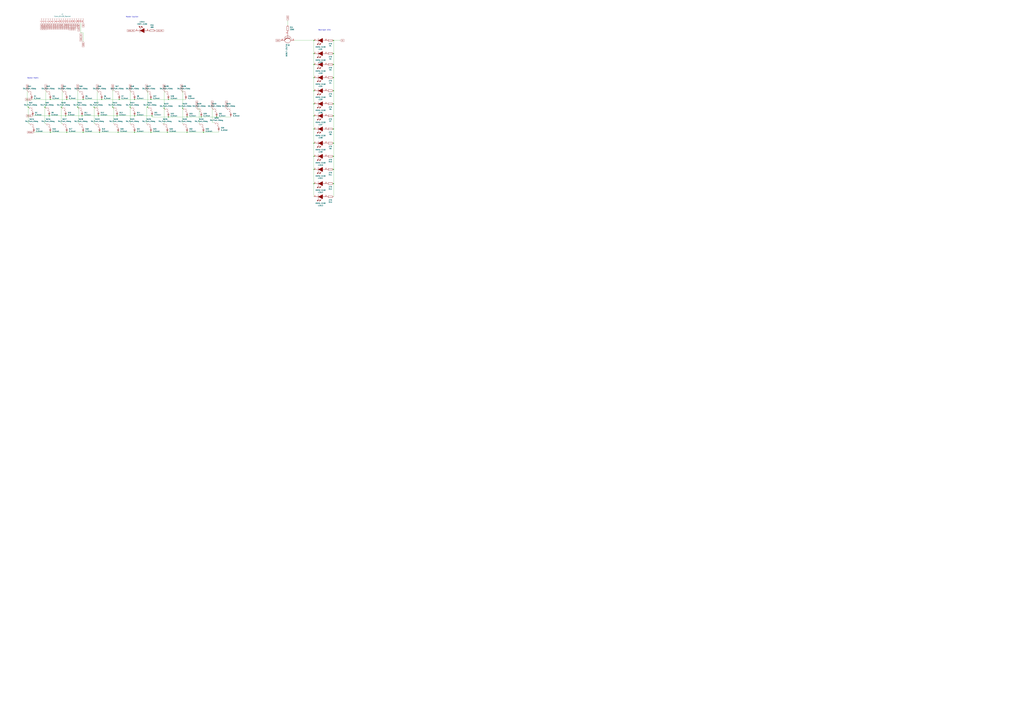
<source format=kicad_sch>
(kicad_sch (version 20231120) (generator "eeschema") (generator_version "8.0")
  (paper "A0")
  (lib_symbols
    (symbol "Connector:Conn_01x20_Socket" (pin_names (offset 1.016) hide)
      (property "Reference" "J" (at 0 25.4 0))
      (property "Value" "Conn_01x20_Socket" (at 0 -27.94 0))
      (symbol "Conn_01x20_Socket_1_1"
        (pin passive line (at -5.08 22.86 0) (length 3.81) (name "Pin_1") (number "1"))
        (pin passive line (at -5.08 0 0) (length 3.81) (name "Pin_10") (number "10"))
        (pin passive line (at -5.08 -2.54 0) (length 3.81) (name "Pin_11") (number "11"))
        (pin passive line (at -5.08 -5.08 0) (length 3.81) (name "Pin_12") (number "12"))
        (pin passive line (at -5.08 -7.62 0) (length 3.81) (name "Pin_13") (number "13"))
        (pin passive line (at -5.08 -10.16 0) (length 3.81) (name "Pin_14") (number "14"))
        (pin passive line (at -5.08 -12.7 0) (length 3.81) (name "Pin_15") (number "15"))
        (pin passive line (at -5.08 -15.24 0) (length 3.81) (name "Pin_16") (number "16"))
        (pin passive line (at -5.08 -17.78 0) (length 3.81) (name "Pin_17") (number "17"))
        (pin passive line (at -5.08 -20.32 0) (length 3.81) (name "Pin_18") (number "18"))
        (pin passive line (at -5.08 -22.86 0) (length 3.81) (name "Pin_19") (number "19"))
        (pin passive line (at -5.08 20.32 0) (length 3.81) (name "Pin_2") (number "2"))
        (pin passive line (at -5.08 -25.4 0) (length 3.81) (name "Pin_20") (number "20"))
        (pin passive line (at -5.08 17.78 0) (length 3.81) (name "Pin_3") (number "3"))
        (pin passive line (at -5.08 15.24 0) (length 3.81) (name "Pin_4") (number "4"))
        (pin passive line (at -5.08 12.7 0) (length 3.81) (name "Pin_5") (number "5"))
        (pin passive line (at -5.08 10.16 0) (length 3.81) (name "Pin_6") (number "6"))
        (pin passive line (at -5.08 7.62 0) (length 3.81) (name "Pin_7") (number "7"))
        (pin passive line (at -5.08 5.08 0) (length 3.81) (name "Pin_8") (number "8"))
        (pin passive line (at -5.08 2.54 0) (length 3.81) (name "Pin_9") (number "9"))
      )
    )
    (symbol "Device:D_Small" (pin_numbers hide) (pin_names (offset 0.254) hide)
      (property "Reference" "D" (at -1.27 2.032 0))
      (property "Value" "D_Small" (at -3.81 -2.032 0))
      (symbol "D_Small_1_1"
        (pin passive line (at -2.54 0 0) (length 1.778) (name "K") (number "1"))
        (pin passive line (at 2.54 0 180) (length 1.778) (name "A") (number "2"))
      )
    )
    (symbol "Device:R" (pin_numbers hide) (pin_names (offset 0))
      (property "Reference" "R" (at 2.032 0 90))
      (property "Value" "R" (at 0 0 90))
      (symbol "R_1_1"
        (pin passive line (at 0 3.81 270) (length 1.27) (name "~") (number "1"))
        (pin passive line (at 0 -3.81 90) (length 1.27) (name "~") (number "2"))
      )
    )
    (symbol "MOUSER:BC817-25LT1G" (pin_names hide)
      (property "Reference" "Q" (at 13.97 1.27 0))
      (property "Value" "BC817-25LT1G" (at 13.97 -1.27 0))
      (symbol "BC817-25LT1G_1_1"
        (pin passive line (at 0 0 0) (length 2.54) (name "B") (number "1"))
        (pin passive line (at 10.16 -7.62 90) (length 2.54) (name "E") (number "2"))
        (pin passive line (at 10.16 7.62 270) (length 2.54) (name "C") (number "3"))
      )
    )
    (symbol "MOUSER:HSMG-C150" (pin_names hide)
      (property "Reference" "LED" (at 12.7 8.89 0))
      (property "Value" "HSMG-C150" (at 12.7 6.35 0))
      (symbol "HSMG-C150_1_1"
        (pin passive line (at 0 0 0) (length 2.54) (name "K") (number "1"))
        (pin passive line (at 15.24 0 180) (length 2.54) (name "A") (number "2"))
      )
    )
    (symbol "MOUSER:HSMY-C150" (pin_names hide)
      (property "Reference" "LED14" (at 7.62 10.16 0))
      (property "Value" "HSMY-C150" (at 7.62 7.62 0))
      (property "LCSC Part #" "C188734" (at 0 0 0))
      (symbol "HSMY-C150_1_1"
        (pin passive line (at 0 0 0) (length 2.54) (name "K") (number "1"))
        (pin passive line (at 15.24 0 180) (length 2.54) (name "A") (number "2"))
      )
    )
    (symbol "Switch:SW_Push_45deg" (pin_numbers hide) (pin_names (offset 1.016) hide)
      (property "Reference" "SW" (at 3.048 1.016 0))
      (property "Value" "SW_Push_45deg" (at 0 -3.81 0))
      (symbol "SW_Push_45deg_0_1"
        (pin passive line (at -2.54 2.54 0) (length 0) (name "1") (number "1"))
        (pin passive line (at 2.54 -2.54 180) (length 0) (name "2") (number "2"))
      )
    )
  )
  (junction (at 364.49 149.86))
  (junction (at 176.53 134.62))
  (junction (at 387.35 46.99))
  (junction (at 387.35 181.61))
  (junction (at 387.35 105.41))
  (junction (at 387.35 134.62))
  (junction (at 109.22 124.46))
  (junction (at 115.57 153.67))
  (junction (at 151.13 124.46))
  (junction (at 195.58 135.89))
  (junction (at 156.21 134.62))
  (junction (at 217.17 135.89))
  (junction (at 156.21 153.67))
  (junction (at 364.49 46.99))
  (junction (at 95.25 134.62))
  (junction (at 58.42 115.57))
  (junction (at 387.35 62.23))
  (junction (at 387.35 149.86))
  (junction (at 364.49 120.65))
  (junction (at 364.49 134.62))
  (junction (at 364.49 196.85))
  (junction (at 233.68 135.89))
  (junction (at 194.31 153.67))
  (junction (at 387.35 166.37))
  (junction (at 364.49 62.23))
  (junction (at 135.89 134.62))
  (junction (at 387.35 213.36))
  (junction (at 77.47 115.57))
  (junction (at 217.17 153.67))
  (junction (at 76.2 134.62))
  (junction (at 71.12 124.46))
  (junction (at 387.35 90.17))
  (junction (at 96.52 153.67))
  (junction (at 195.58 115.57))
  (junction (at 52.07 124.46))
  (junction (at 118.11 115.57))
  (junction (at 387.35 120.65))
  (junction (at 364.49 181.61))
  (junction (at 212.09 125.73))
  (junction (at 364.49 74.93))
  (junction (at 77.47 153.67))
  (junction (at 114.3 134.62))
  (junction (at 364.49 105.41))
  (junction (at 387.35 196.85))
  (junction (at 190.5 125.73))
  (junction (at 138.43 115.57))
  (junction (at 175.26 153.67))
  (junction (at 236.22 153.67))
  (junction (at 364.49 213.36))
  (junction (at 130.81 124.46))
  (junction (at 58.42 153.67))
  (junction (at 171.45 124.46))
  (junction (at 137.16 153.67))
  (junction (at 364.49 166.37))
  (junction (at 156.21 115.57))
  (junction (at 364.49 90.17))
  (junction (at 33.02 124.46))
  (junction (at 96.52 115.57))
  (junction (at 57.15 134.62))
  (junction (at 90.17 124.46))
  (junction (at 175.26 115.57))
  (junction (at 251.46 135.89))
  (junction (at 387.35 74.93))
  (wire (pts (xy 113.03 124.46) (xy 109.22 124.46)))
  (wire (pts (xy 175.26 153.67) (xy 194.31 153.67)))
  (wire (pts (xy 236.22 153.67) (xy 254 153.67)))
  (wire (pts (xy 387.35 149.86) (xy 387.35 166.37)))
  (wire (pts (xy 31.75 105.41) (xy 31.75 124.46)))
  (wire (pts (xy 90.17 124.46) (xy 90.17 105.41)))
  (wire (pts (xy 90.17 105.41) (xy 91.44 105.41)))
  (wire (pts (xy 195.58 135.89) (xy 217.17 135.89)))
  (wire (pts (xy 53.34 124.46) (xy 52.07 124.46)))
  (wire (pts (xy 71.12 124.46) (xy 71.12 143.51)))
  (wire (pts (xy 115.57 153.67) (xy 137.16 153.67)))
  (wire (pts (xy 212.09 125.73) (xy 212.09 105.41)))
  (wire (pts (xy 31.75 124.46) (xy 33.02 124.46)))
  (wire (pts (xy 176.53 134.62) (xy 176.53 135.89)))
  (wire (pts (xy 39.37 153.67) (xy 58.42 153.67)))
  (wire (pts (xy 387.35 90.17) (xy 387.35 105.41)))
  (wire (pts (xy 77.47 153.67) (xy 96.52 153.67)))
  (wire (pts (xy 58.42 115.57) (xy 77.47 115.57)))
  (wire (pts (xy 130.81 105.41) (xy 133.35 105.41)))
  (wire (pts (xy 387.35 196.85) (xy 387.35 213.36)))
  (wire (pts (xy 132.08 124.46) (xy 130.81 124.46)))
  (wire (pts (xy 71.12 143.51) (xy 72.39 143.51)))
  (wire (pts (xy 170.18 143.51) (xy 170.18 124.46)))
  (wire (pts (xy 76.2 134.62) (xy 95.25 134.62)))
  (wire (pts (xy 53.34 105.41) (xy 53.34 124.46)))
  (wire (pts (xy 217.17 153.67) (xy 236.22 153.67)))
  (wire (pts (xy 72.39 124.46) (xy 71.12 124.46)))
  (wire (pts (xy 364.49 90.17) (xy 364.49 105.41)))
  (wire (pts (xy 151.13 105.41) (xy 151.13 124.46)))
  (wire (pts (xy 156.21 115.57) (xy 175.26 115.57)))
  (wire (pts (xy 190.5 143.51) (xy 189.23 143.51)))
  (wire (pts (xy 118.11 115.57) (xy 138.43 115.57)))
  (wire (pts (xy 36.83 115.57) (xy 58.42 115.57)))
  (wire (pts (xy 364.49 105.41) (xy 364.49 120.65)))
  (wire (pts (xy 364.49 74.93) (xy 365.76 74.93)))
  (wire (pts (xy 364.49 213.36) (xy 364.49 228.6)))
  (wire (pts (xy 96.52 48.26) (xy 96.52 38.1)))
  (wire (pts (xy 109.22 124.46) (xy 109.22 143.51)))
  (wire (pts (xy 364.49 120.65) (xy 364.49 134.62)))
  (wire (pts (xy 156.21 134.62) (xy 176.53 134.62)))
  (wire (pts (xy 364.49 166.37) (xy 364.49 181.61)))
  (wire (pts (xy 364.49 46.99) (xy 364.49 62.23)))
  (wire (pts (xy 246.38 142.24) (xy 248.92 142.24)))
  (wire (pts (xy 387.35 213.36) (xy 387.35 228.6)))
  (wire (pts (xy 138.43 115.57) (xy 156.21 115.57)))
  (wire (pts (xy 364.49 62.23) (xy 364.49 74.93)))
  (wire (pts (xy 387.35 74.93) (xy 387.35 90.17)))
  (wire (pts (xy 52.07 143.51) (xy 53.34 143.51)))
  (wire (pts (xy 217.17 135.89) (xy 233.68 135.89)))
  (wire (pts (xy 233.68 135.89) (xy 251.46 135.89)))
  (wire (pts (xy 171.45 105.41) (xy 170.18 105.41)))
  (wire (pts (xy 130.81 124.46) (xy 130.81 105.41)))
  (wire (pts (xy 175.26 115.57) (xy 195.58 115.57)))
  (wire (pts (xy 231.14 125.73) (xy 228.6 125.73)))
  (wire (pts (xy 96.52 38.1) (xy 93.98 38.1)))
  (wire (pts (xy 251.46 135.89) (xy 267.97 135.89)))
  (wire (pts (xy 334.01 24.13) (xy 334.01 29.21)))
  (wire (pts (xy 387.35 120.65) (xy 387.35 134.62)))
  (wire (pts (xy 91.44 124.46) (xy 90.17 124.46)))
  (wire (pts (xy 387.35 181.61) (xy 387.35 196.85)))
  (wire (pts (xy 96.52 153.67) (xy 115.57 153.67)))
  (wire (pts (xy 212.09 105.41) (xy 210.82 105.41)))
  (wire (pts (xy 91.44 143.51) (xy 91.44 124.46)))
  (wire (pts (xy 38.1 134.62) (xy 57.15 134.62)))
  (wire (pts (xy 113.03 105.41) (xy 113.03 124.46)))
  (wire (pts (xy 58.42 153.67) (xy 77.47 153.67)))
  (wire (pts (xy 364.49 134.62) (xy 364.49 149.86)))
  (wire (pts (xy 57.15 134.62) (xy 76.2 134.62)))
  (wire (pts (xy 72.39 105.41) (xy 72.39 124.46)))
  (wire (pts (xy 364.49 181.61) (xy 364.49 196.85)))
  (wire (pts (xy 341.63 46.99) (xy 364.49 46.99)))
  (wire (pts (xy 387.35 134.62) (xy 387.35 149.86)))
  (wire (pts (xy 132.08 143.51) (xy 132.08 124.46)))
  (wire (pts (xy 96.52 115.57) (xy 118.11 115.57)))
  (wire (pts (xy 171.45 124.46) (xy 171.45 105.41)))
  (wire (pts (xy 170.18 124.46) (xy 171.45 124.46)))
  (wire (pts (xy 364.49 196.85) (xy 364.49 213.36)))
  (wire (pts (xy 33.02 143.51) (xy 34.29 143.51)))
  (wire (pts (xy 137.16 153.67) (xy 156.21 153.67)))
  (wire (pts (xy 364.49 74.93) (xy 364.49 90.17)))
  (wire (pts (xy 364.49 149.86) (xy 364.49 166.37)))
  (wire (pts (xy 176.53 135.89) (xy 195.58 135.89)))
  (wire (pts (xy 195.58 115.57) (xy 215.9 115.57)))
  (wire (pts (xy 387.35 46.99) (xy 387.35 62.23)))
  (wire (pts (xy 254 153.67) (xy 254 152.4)))
  (wire (pts (xy 387.35 62.23) (xy 387.35 74.93)))
  (wire (pts (xy 387.35 166.37) (xy 387.35 181.61)))
  (wire (pts (xy 135.89 134.62) (xy 156.21 134.62)))
  (wire (pts (xy 93.98 26.67) (xy 93.98 38.1)))
  (wire (pts (xy 77.47 115.57) (xy 96.52 115.57)))
  (wire (pts (xy 151.13 124.46) (xy 151.13 143.51)))
  (wire (pts (xy 95.25 134.62) (xy 114.3 134.62)))
  (wire (pts (xy 246.38 125.73) (xy 246.38 142.24)))
  (wire (pts (xy 33.02 124.46) (xy 33.02 143.51)))
  (wire (pts (xy 109.22 143.51) (xy 110.49 143.51)))
  (wire (pts (xy 156.21 153.67) (xy 175.26 153.67)))
  (wire (pts (xy 114.3 134.62) (xy 135.89 134.62)))
  (wire (pts (xy 190.5 105.41) (xy 190.5 125.73)))
  (wire (pts (xy 52.07 124.46) (xy 52.07 143.51)))
  (wire (pts (xy 387.35 46.99) (xy 394.97 46.99)))
  (wire (pts (xy 231.14 143.51) (xy 231.14 125.73)))
  (wire (pts (xy 212.09 125.73) (xy 212.09 143.51)))
  (wire (pts (xy 194.31 153.67) (xy 217.17 153.67)))
  (wire (pts (xy 190.5 125.73) (xy 190.5 143.51)))
  (wire (pts (xy 387.35 105.41) (xy 387.35 120.65)))
  (text "Button Matrix" (at 31.75 91.44 0) (effects (font (size 1.27 1.27)) (justify left bottom)))
  (text "Backlight LEDs" (at 369.57 35.56 0) (effects (font (size 1.27 1.27)) (justify left bottom)))
  (text "Master Caution" (at 146.05 20.32 0) (effects (font (size 1.27 1.27)) (justify left bottom)))
  (global_label "COL3" (shape input) (at 90.17 105.41 90) (property "Intersheetrefs" "${INTERSHEET_REFS}" (effects (hide yes))))
  (global_label "COL0" (shape input) (at 55.88 26.67 270) (property "Intersheetrefs" "${INTERSHEET_REFS}" (effects (hide yes))))
  (global_label "COL12" (shape input) (at 262.89 125.73 90) (property "Intersheetrefs" "${INTERSHEET_REFS}" (effects (hide yes))))
  (global_label "GND_MC" (shape input) (at 157.48 35.56 180) (property "Intersheetrefs" "${INTERSHEET_REFS}" (effects (hide yes))))
  (global_label "ROW2" (shape input) (at 39.37 153.67 180) (property "Intersheetrefs" "${INTERSHEET_REFS}" (effects (hide yes))))
  (global_label "COL12" (shape input) (at 86.36 26.67 270) (property "Intersheetrefs" "${INTERSHEET_REFS}" (effects (hide yes))))
  (global_label "ROW0" (shape input) (at 36.83 115.57 180) (property "Intersheetrefs" "${INTERSHEET_REFS}" (effects (hide yes))))
  (global_label "COL6" (shape input) (at 151.13 105.41 90) (property "Intersheetrefs" "${INTERSHEET_REFS}" (effects (hide yes))))
  (global_label "5V" (shape input) (at 96.52 26.67 270) (property "Intersheetrefs" "${INTERSHEET_REFS}" (effects (hide yes))))
  (global_label "GND" (shape input) (at 326.39 46.99 180) (property "Intersheetrefs" "${INTERSHEET_REFS}" (effects (hide yes))))
  (global_label "LED_MC" (shape input) (at 180.34 35.56 0) (property "Intersheetrefs" "${INTERSHEET_REFS}" (effects (hide yes))))
  (global_label "COL1" (shape input) (at 53.34 105.41 90) (property "Intersheetrefs" "${INTERSHEET_REFS}" (effects (hide yes))))
  (global_label "LED_MC" (shape input) (at 91.44 26.67 270) (property "Intersheetrefs" "${INTERSHEET_REFS}" (effects (hide yes))))
  (global_label "COL5" (shape input) (at 130.81 105.41 90) (property "Intersheetrefs" "${INTERSHEET_REFS}" (effects (hide yes))))
  (global_label "COL8" (shape input) (at 76.2 26.67 270) (property "Intersheetrefs" "${INTERSHEET_REFS}" (effects (hide yes))))
  (global_label "COL11" (shape input) (at 246.38 125.73 90) (property "Intersheetrefs" "${INTERSHEET_REFS}" (effects (hide yes))))
  (global_label "COL10" (shape input) (at 81.28 26.67 270) (property "Intersheetrefs" "${INTERSHEET_REFS}" (effects (hide yes))))
  (global_label "COL9" (shape input) (at 78.74 26.67 270) (property "Intersheetrefs" "${INTERSHEET_REFS}" (effects (hide yes))))
  (global_label "COL8" (shape input) (at 190.5 105.41 90) (property "Intersheetrefs" "${INTERSHEET_REFS}" (effects (hide yes))))
  (global_label "ROW1" (shape input) (at 38.1 134.62 180) (property "Intersheetrefs" "${INTERSHEET_REFS}" (effects (hide yes))))
  (global_label "COL7" (shape input) (at 73.66 26.67 270) (property "Intersheetrefs" "${INTERSHEET_REFS}" (effects (hide yes))))
  (global_label "COL0" (shape input) (at 31.75 105.41 90) (property "Intersheetrefs" "${INTERSHEET_REFS}" (effects (hide yes))))
  (global_label "GND" (shape input) (at 96.52 48.26 270) (property "Intersheetrefs" "${INTERSHEET_REFS}" (effects (hide yes))))
  (global_label "COL5" (shape input) (at 68.58 26.67 270) (property "Intersheetrefs" "${INTERSHEET_REFS}" (effects (hide yes))))
  (global_label "COL7" (shape input) (at 170.18 105.41 90) (property "Intersheetrefs" "${INTERSHEET_REFS}" (effects (hide yes))))
  (global_label "COL1" (shape input) (at 58.42 26.67 270) (property "Intersheetrefs" "${INTERSHEET_REFS}" (effects (hide yes))))
  (global_label "COL3" (shape input) (at 63.5 26.67 270) (property "Intersheetrefs" "${INTERSHEET_REFS}" (effects (hide yes))))
  (global_label "GND_MC" (shape input) (at 93.98 38.1 270) (property "Intersheetrefs" "${INTERSHEET_REFS}" (effects (hide yes))))
  (global_label "ROW1" (shape input) (at 50.8 26.67 270) (property "Intersheetrefs" "${INTERSHEET_REFS}" (effects (hide yes))))
  (global_label "COL11" (shape input) (at 83.82 26.67 270) (property "Intersheetrefs" "${INTERSHEET_REFS}" (effects (hide yes))))
  (global_label "COL10" (shape input) (at 228.6 125.73 90) (property "Intersheetrefs" "${INTERSHEET_REFS}" (effects (hide yes))))
  (global_label "COL6" (shape input) (at 71.12 26.67 270) (property "Intersheetrefs" "${INTERSHEET_REFS}" (effects (hide yes))))
  (global_label "ROW0" (shape input) (at 48.26 26.67 270) (property "Intersheetrefs" "${INTERSHEET_REFS}" (effects (hide yes))))
  (global_label "COL2" (shape input) (at 72.39 105.41 90) (property "Intersheetrefs" "${INTERSHEET_REFS}" (effects (hide yes))))
  (global_label "LED" (shape input) (at 334.01 24.13 90) (property "Intersheetrefs" "${INTERSHEET_REFS}" (effects (hide yes))))
  (global_label "LED" (shape input) (at 88.9 26.67 270) (property "Intersheetrefs" "${INTERSHEET_REFS}" (effects (hide yes))))
  (global_label "ROW2" (shape input) (at 53.34 26.67 270) (property "Intersheetrefs" "${INTERSHEET_REFS}" (effects (hide yes))))
  (global_label "5V" (shape input) (at 394.97 46.99 0) (property "Intersheetrefs" "${INTERSHEET_REFS}" (effects (hide yes))))
  (global_label "COL4" (shape input) (at 113.03 105.41 90) (property "Intersheetrefs" "${INTERSHEET_REFS}" (effects (hide yes))))
  (global_label "COL9" (shape input) (at 210.82 105.41 90) (property "Intersheetrefs" "${INTERSHEET_REFS}" (effects (hide yes))))
  (global_label "COL2" (shape input) (at 60.96 26.67 270) (property "Intersheetrefs" "${INTERSHEET_REFS}" (effects (hide yes))))
  (global_label "COL4" (shape input) (at 66.04 26.67 270) (property "Intersheetrefs" "${INTERSHEET_REFS}" (effects (hide yes))))
  (symbol (lib_id "Device:D_Small") (at 36.83 113.03 90) (unit 1)
    (property "Reference" "D1" (at 39.37 111.76 90) (effects (justify right)))
    (property "Value" "D_Small" (at 39.37 114.3 90) (effects (justify right)))
    (property "Footprint" "Diode_SMD:D_SOD-123" (effects (hide yes)))
    (property "Sim.Device" "D" (effects (hide yes)))
    (property "Sim.Pins" "1=K 2=A" (effects (hide yes)))
  )
  (symbol (lib_id "Device:R") (at 383.54 90.17 90) (mirror x) (unit 1)
    (property "Reference" "R4" (at 383.54 96.52 90))
    (property "Value" "270" (at 383.54 93.98 90))
    (property "Footprint" "Resistor_SMD:R_1206_3216Metric" (effects (hide yes)))
  )
  (symbol (lib_id "Switch:SW_Push_45deg") (at 115.57 107.95 0) (unit 1)
    (property "Reference" "SW6" (at 115.57 100.33 0))
    (property "Value" "SW_Push_45deg" (at 115.57 102.87 0))
    (property "Footprint" "Custom_Footprint_Switches:SW_PUSH_6mm_H4.3mm_INT_CONNECTED" (effects (hide yes)))
  )
  (symbol (lib_id "Device:D_Small") (at 176.53 132.08 90) (unit 1)
    (property "Reference" "D21" (at 179.07 130.81 90) (effects (justify right)))
    (property "Value" "D_Small" (at 179.07 133.35 90) (effects (justify right)))
    (property "Footprint" "Diode_SMD:D_SOD-123" (effects (hide yes)))
    (property "Sim.Device" "D" (effects (hide yes)))
    (property "Sim.Pins" "1=K 2=A" (effects (hide yes)))
  )
  (symbol (lib_id "Device:D_Small") (at 76.2 132.08 90) (unit 1)
    (property "Reference" "D10" (at 78.74 130.81 90) (effects (justify right)))
    (property "Value" "D_Small" (at 78.74 133.35 90) (effects (justify right)))
    (property "Footprint" "Diode_SMD:D_SOD-123" (effects (hide yes)))
    (property "Sim.Device" "D" (effects (hide yes)))
    (property "Sim.Pins" "1=K 2=A" (effects (hide yes)))
  )
  (symbol (lib_id "Connector:Conn_01x20_Socket") (at 71.12 21.59 90) (unit 1)
    (property "Reference" "J1" (at 72.39 16.51 90))
    (property "Value" "Conn_01x20_Socket" (at 72.39 19.05 90))
    (property "Footprint" "Connector_PinHeader_1.00mm:PinHeader_2x10_P1.00mm_Vertical" (effects (hide yes)))
  )
  (symbol (lib_id "Device:R") (at 383.54 181.61 90) (mirror x) (unit 1)
    (property "Reference" "R10" (at 383.54 187.96 90))
    (property "Value" "270" (at 383.54 185.42 90))
    (property "Footprint" "Resistor_SMD:R_1206_3216Metric" (effects (hide yes)))
  )
  (symbol (lib_id "MOUSER:HSMG-C150") (at 364.49 166.37 0) (mirror x) (unit 1)
    (property "Reference" "LED9" (at 372.11 176.53 0))
    (property "Value" "HSMG-C150" (at 372.11 173.99 0))
    (property "Footprint" "MOUSER:LEDC3216X120N" (effects (hide yes)))
    (property "Datasheet" "https://docs.broadcom.com/docs/AV02-0551EN" (effects (hide yes)))
    (property "Height" "1.2" (effects (hide yes)))
    (property "Mouser Part Number" "630-HSMG-C150" (effects (hide yes)))
    (property "Mouser Price/Stock" "https://www.mouser.co.uk/ProductDetail/Broadcom-Avago/HSMG-C150?qs=YDL0qNrpDT6zJe9nNPPiZQ%3D%3D" (effects (hide yes)))
    (property "Manufacturer_Name" "Avago Technologies" (effects (hide yes)))
    (property "Manufacturer_Part_Number" "HSMG-C150" (effects (hide yes)))
  )
  (symbol (lib_id "Switch:SW_Push_45deg") (at 172.72 146.05 0) (unit 1)
    (property "Reference" "SW25" (at 172.72 138.43 0))
    (property "Value" "SW_Push_45deg" (at 172.72 140.97 0))
    (property "Footprint" "Custom_Footprint_Switches:SW_PUSH_6mm_H4.3mm_INT_CONNECTED" (effects (hide yes)))
  )
  (symbol (lib_id "Device:R") (at 383.54 228.6 90) (mirror x) (unit 1)
    (property "Reference" "R13" (at 383.54 234.95 90))
    (property "Value" "270" (at 383.54 232.41 90))
    (property "Footprint" "Resistor_SMD:R_1206_3216Metric" (effects (hide yes)))
  )
  (symbol (lib_id "Switch:SW_Push_45deg") (at 55.88 146.05 0) (unit 1)
    (property "Reference" "SW16" (at 55.88 138.43 0))
    (property "Value" "SW_Push_45deg" (at 55.88 140.97 0))
    (property "Footprint" "Custom_Footprint_Switches:SW_PUSH_6mm_H4.3mm_INT_CONNECTED" (effects (hide yes)))
  )
  (symbol (lib_id "Device:D_Small") (at 236.22 151.13 90) (unit 1)
    (property "Reference" "D33" (at 238.76 149.86 90) (effects (justify right)))
    (property "Value" "D_Small" (at 238.76 152.4 90) (effects (justify right)))
    (property "Footprint" "Diode_SMD:D_SOD-123" (effects (hide yes)))
    (property "Sim.Device" "D" (effects (hide yes)))
    (property "Sim.Pins" "1=K 2=A" (effects (hide yes)))
  )
  (symbol (lib_id "MOUSER:HSMG-C150") (at 364.49 181.61 0) (mirror x) (unit 1)
    (property "Reference" "LED10" (at 372.11 191.77 0))
    (property "Value" "HSMG-C150" (at 372.11 189.23 0))
    (property "Footprint" "MOUSER:LEDC3216X120N" (effects (hide yes)))
    (property "Datasheet" "https://docs.broadcom.com/docs/AV02-0551EN" (effects (hide yes)))
    (property "Height" "1.2" (effects (hide yes)))
    (property "Mouser Part Number" "630-HSMG-C150" (effects (hide yes)))
    (property "Mouser Price/Stock" "https://www.mouser.co.uk/ProductDetail/Broadcom-Avago/HSMG-C150?qs=YDL0qNrpDT6zJe9nNPPiZQ%3D%3D" (effects (hide yes)))
    (property "Manufacturer_Name" "Avago Technologies" (effects (hide yes)))
    (property "Manufacturer_Part_Number" "HSMG-C150" (effects (hide yes)))
  )
  (symbol (lib_id "MOUSER:HSMG-C150") (at 364.49 120.65 0) (mirror x) (unit 1)
    (property "Reference" "LED6" (at 372.11 130.81 0))
    (property "Value" "HSMG-C150" (at 372.11 128.27 0))
    (property "Footprint" "MOUSER:LEDC3216X120N" (effects (hide yes)))
    (property "Datasheet" "https://docs.broadcom.com/docs/AV02-0551EN" (effects (hide yes)))
    (property "Height" "1.2" (effects (hide yes)))
    (property "Mouser Part Number" "630-HSMG-C150" (effects (hide yes)))
    (property "Mouser Price/Stock" "https://www.mouser.co.uk/ProductDetail/Broadcom-Avago/HSMG-C150?qs=YDL0qNrpDT6zJe9nNPPiZQ%3D%3D" (effects (hide yes)))
    (property "Manufacturer_Name" "Avago Technologies" (effects (hide yes)))
    (property "Manufacturer_Part_Number" "HSMG-C150" (effects (hide yes)))
  )
  (symbol (lib_id "Switch:SW_Push_45deg") (at 113.03 146.05 0) (unit 1)
    (property "Reference" "SW19" (at 113.03 138.43 0))
    (property "Value" "SW_Push_45deg" (at 113.03 140.97 0))
    (property "Footprint" "Custom_Footprint_Switches:SW_PUSH_6mm_H4.3mm_INT_CONNECTED" (effects (hide yes)))
  )
  (symbol (lib_id "Switch:SW_Push_45deg") (at 251.46 144.78 0) (unit 1)
    (property "Reference" "SW35" (at 251.46 137.16 0))
    (property "Value" "SW_Push_45deg" (at 251.46 139.7 0))
    (property "Footprint" "Custom_Footprint_Switches:SW_PUSH_6mm_H4.3mm_INT_CONNECTED" (effects (hide yes)))
  )
  (symbol (lib_id "Device:D_Small") (at 96.52 151.13 90) (unit 1)
    (property "Reference" "D18" (at 99.06 149.86 90) (effects (justify right)))
    (property "Value" "D_Small" (at 99.06 152.4 90) (effects (justify right)))
    (property "Footprint" "Diode_SMD:D_SOD-123" (effects (hide yes)))
    (property "Sim.Device" "D" (effects (hide yes)))
    (property "Sim.Pins" "1=K 2=A" (effects (hide yes)))
  )
  (symbol (lib_id "Device:R") (at 176.53 35.56 90) (unit 1)
    (property "Reference" "R15" (at 176.53 29.21 90))
    (property "Value" "300" (at 176.53 31.75 90))
    (property "Footprint" "Resistor_SMD:R_1206_3216Metric" (effects (hide yes)))
  )
  (symbol (lib_id "Switch:SW_Push_45deg") (at 233.68 146.05 0) (unit 1)
    (property "Reference" "SW33" (at 233.68 138.43 0))
    (property "Value" "SW_Push_45deg" (at 233.68 140.97 0))
    (property "Footprint" "Custom_Footprint_Switches:SW_PUSH_6mm_H4.3mm_INT_CONNECTED" (effects (hide yes)))
  )
  (symbol (lib_id "MOUSER:HSMG-C150") (at 364.49 46.99 0) (mirror x) (unit 1)
    (property "Reference" "LED1" (at 372.11 57.15 0))
    (property "Value" "HSMG-C150" (at 372.11 54.61 0))
    (property "Footprint" "MOUSER:LEDC3216X120N" (effects (hide yes)))
    (property "Datasheet" "https://docs.broadcom.com/docs/AV02-0551EN" (effects (hide yes)))
    (property "Height" "1.2" (effects (hide yes)))
    (property "Mouser Part Number" "630-HSMG-C150" (effects (hide yes)))
    (property "Mouser Price/Stock" "https://www.mouser.co.uk/ProductDetail/Broadcom-Avago/HSMG-C150?qs=YDL0qNrpDT6zJe9nNPPiZQ%3D%3D" (effects (hide yes)))
    (property "Manufacturer_Name" "Avago Technologies" (effects (hide yes)))
    (property "Manufacturer_Part_Number" "HSMG-C150" (effects (hide yes)))
  )
  (symbol (lib_id "MOUSER:HSMY-C150") (at 157.48 35.56 0) (unit 1)
    (property "Reference" "LED14" (at 165.1 25.4 0))
    (property "Value" "HSMY-C150" (at 165.1 27.94 0))
    (property "Footprint" "MOUSER:LEDC3216X120N" (effects (hide yes)))
    (property "Datasheet" "https://docs.broadcom.com/docs/AV02-0551EN" (effects (hide yes)))
    (property "Height" "1.2" (effects (hide yes)))
    (property "Mouser Part Number" "630-HSMY-C150" (effects (hide yes)))
    (property "Mouser Price/Stock" "https://www.mouser.co.uk/ProductDetail/Broadcom-Avago/HSMY-C150?qs=YDL0qNrpDT7cmrKmdVqnTg%3D%3D" (effects (hide yes)))
    (property "Manufacturer_Name" "Avago Technologies" (effects (hide yes)))
    (property "Manufacturer_Part_Number" "HSMY-C150" (effects (hide yes)))
    (property "LSCS" "C188734" (effects (hide yes)))
    (property "LCSC Part #" "C188734" (effects (hide yes)))
  )
  (symbol (lib_id "Switch:SW_Push_45deg") (at 248.92 128.27 0) (unit 1)
    (property "Reference" "SW31" (at 248.92 120.65 0))
    (property "Value" "SW_Push_45deg" (at 248.92 123.19 0))
    (property "Footprint" "Custom_Footprint_Switches:SW_PUSH_6mm_H4.3mm_INT_CONNECTED" (effects (hide yes)))
  )
  (symbol (lib_id "Switch:SW_Push_45deg") (at 55.88 107.95 0) (unit 1)
    (property "Reference" "SW3" (at 55.88 100.33 0))
    (property "Value" "SW_Push_45deg" (at 55.88 102.87 0))
    (property "Footprint" "Custom_Footprint_Switches:SW_PUSH_6mm_H4.3mm_INT_CONNECTED" (effects (hide yes)))
  )
  (symbol (lib_id "Device:D_Small") (at 217.17 133.35 90) (unit 1)
    (property "Reference" "D23" (at 219.71 132.08 90) (effects (justify right)))
    (property "Value" "D_Small" (at 219.71 134.62 90) (effects (justify right)))
    (property "Footprint" "Diode_SMD:D_SOD-123" (effects (hide yes)))
    (property "Sim.Device" "D" (effects (hide yes)))
    (property "Sim.Pins" "1=K 2=A" (effects (hide yes)))
  )
  (symbol (lib_id "Device:D_Small") (at 195.58 113.03 90) (unit 1)
    (property "Reference" "D28" (at 198.12 111.76 90) (effects (justify right)))
    (property "Value" "D_Small" (at 198.12 114.3 90) (effects (justify right)))
    (property "Footprint" "Diode_SMD:D_SOD-123" (effects (hide yes)))
    (property "Sim.Device" "D" (effects (hide yes)))
    (property "Sim.Pins" "1=K 2=A" (effects (hide yes)))
  )
  (symbol (lib_id "Device:R") (at 383.54 105.41 90) (mirror x) (unit 1)
    (property "Reference" "R5" (at 383.54 111.76 90))
    (property "Value" "270" (at 383.54 109.22 90))
    (property "Footprint" "Resistor_SMD:R_1206_3216Metric" (effects (hide yes)))
  )
  (symbol (lib_id "Switch:SW_Push_45deg") (at 214.63 146.05 0) (unit 1)
    (property "Reference" "SW32" (at 214.63 138.43 0))
    (property "Value" "SW_Push_45deg" (at 214.63 140.97 0))
    (property "Footprint" "Custom_Footprint_Switches:SW_PUSH_6mm_H4.3mm_INT_CONNECTED" (effects (hide yes)))
  )
  (symbol (lib_id "MOUSER:HSMG-C150") (at 364.49 62.23 0) (mirror x) (unit 1)
    (property "Reference" "LED2" (at 372.11 72.39 0))
    (property "Value" "HSMG-C150" (at 372.11 69.85 0))
    (property "Footprint" "MOUSER:LEDC3216X120N" (effects (hide yes)))
    (property "Datasheet" "https://docs.broadcom.com/docs/AV02-0551EN" (effects (hide yes)))
    (property "Height" "1.2" (effects (hide yes)))
    (property "Mouser Part Number" "630-HSMG-C150" (effects (hide yes)))
    (property "Mouser Price/Stock" "https://www.mouser.co.uk/ProductDetail/Broadcom-Avago/HSMG-C150?qs=YDL0qNrpDT6zJe9nNPPiZQ%3D%3D" (effects (hide yes)))
    (property "Manufacturer_Name" "Avago Technologies" (effects (hide yes)))
    (property "Manufacturer_Part_Number" "HSMG-C150" (effects (hide yes)))
  )
  (symbol (lib_id "Switch:SW_Push_45deg") (at 35.56 127 0) (unit 1)
    (property "Reference" "SW2" (at 35.56 119.38 0))
    (property "Value" "SW_Push_45deg" (at 35.56 121.92 0))
    (property "Footprint" "Custom_Footprint_Switches:SW_PUSH_6mm_H4.3mm_INT_CONNECTED" (effects (hide yes)))
  )
  (symbol (lib_id "Switch:SW_Push_45deg") (at 191.77 146.05 0) (unit 1)
    (property "Reference" "SW26" (at 191.77 138.43 0))
    (property "Value" "SW_Push_45deg" (at 191.77 140.97 0))
    (property "Footprint" "Custom_Footprint_Switches:SW_PUSH_6mm_H4.3mm_INT_CONNECTED" (effects (hide yes)))
  )
  (symbol (lib_id "Device:D_Small") (at 115.57 151.13 90) (unit 1)
    (property "Reference" "D19" (at 118.11 149.86 90) (effects (justify right)))
    (property "Value" "D_Small" (at 118.11 152.4 90) (effects (justify right)))
    (property "Footprint" "Diode_SMD:D_SOD-123" (effects (hide yes)))
    (property "Sim.Device" "D" (effects (hide yes)))
    (property "Sim.Pins" "1=K 2=A" (effects (hide yes)))
  )
  (symbol (lib_id "Device:D_Small") (at 175.26 113.03 90) (unit 1)
    (property "Reference" "D27" (at 177.8 111.76 90) (effects (justify right)))
    (property "Value" "D_Small" (at 177.8 114.3 90) (effects (justify right)))
    (property "Footprint" "Diode_SMD:D_SOD-123" (effects (hide yes)))
    (property "Sim.Device" "D" (effects (hide yes)))
    (property "Sim.Pins" "1=K 2=A" (effects (hide yes)))
  )
  (symbol (lib_id "Switch:SW_Push_45deg") (at 231.14 128.27 0) (unit 1)
    (property "Reference" "SW29" (at 231.14 120.65 0))
    (property "Value" "SW_Push_45deg" (at 231.14 123.19 0))
    (property "Footprint" "Custom_Footprint_Switches:SW_PUSH_6mm_H4.3mm_INT_CONNECTED" (effects (hide yes)))
  )
  (symbol (lib_id "Switch:SW_Push_45deg") (at 172.72 107.95 0) (unit 1)
    (property "Reference" "SW27" (at 172.72 100.33 0))
    (property "Value" "SW_Push_45deg" (at 172.72 102.87 0))
    (property "Footprint" "Custom_Footprint_Switches:SW_PUSH_6mm_H4.3mm_INT_CONNECTED" (effects (hide yes)))
  )
  (symbol (lib_id "Switch:SW_Push_45deg") (at 265.43 128.27 0) (unit 1)
    (property "Reference" "SW34" (at 265.43 120.65 0))
    (property "Value" "SW_Push_45deg" (at 265.43 123.19 0))
    (property "Footprint" "Custom_Footprint_Switches:SW_PUSH_6mm_H4.3mm_INT_CONNECTED" (effects (hide yes)))
  )
  (symbol (lib_id "Device:D_Small") (at 77.47 113.03 90) (unit 1)
    (property "Reference" "D4" (at 80.01 111.76 90) (effects (justify right)))
    (property "Value" "D_Small" (at 80.01 114.3 90) (effects (justify right)))
    (property "Footprint" "Diode_SMD:D_SOD-123" (effects (hide yes)))
    (property "Sim.Device" "D" (effects (hide yes)))
    (property "Sim.Pins" "1=K 2=A" (effects (hide yes)))
  )
  (symbol (lib_id "Switch:SW_Push_45deg") (at 111.76 127 0) (unit 1)
    (property "Reference" "SW12" (at 111.76 119.38 0))
    (property "Value" "SW_Push_45deg" (at 111.76 121.92 0))
    (property "Footprint" "Custom_Footprint_Switches:SW_PUSH_6mm_H4.3mm_INT_CONNECTED" (effects (hide yes)))
  )
  (symbol (lib_id "Switch:SW_Push_45deg") (at 134.62 146.05 0) (unit 1)
    (property "Reference" "SW20" (at 134.62 138.43 0))
    (property "Value" "SW_Push_45deg" (at 134.62 140.97 0))
    (property "Footprint" "Custom_Footprint_Switches:SW_PUSH_6mm_H4.3mm_INT_CONNECTED" (effects (hide yes)))
  )
  (symbol (lib_id "Device:D_Small") (at 77.47 151.13 90) (unit 1)
    (property "Reference" "D17" (at 80.01 149.86 90) (effects (justify right)))
    (property "Value" "D_Small" (at 80.01 152.4 90) (effects (justify right)))
    (property "Footprint" "Diode_SMD:D_SOD-123" (effects (hide yes)))
    (property "Sim.Device" "D" (effects (hide yes)))
    (property "Sim.Pins" "1=K 2=A" (effects (hide yes)))
  )
  (symbol (lib_id "Device:R") (at 383.54 134.62 90) (mirror x) (unit 1)
    (property "Reference" "R7" (at 383.54 140.97 90))
    (property "Value" "270" (at 383.54 138.43 90))
    (property "Footprint" "Resistor_SMD:R_1206_3216Metric" (effects (hide yes)))
  )
  (symbol (lib_id "Switch:SW_Push_45deg") (at 36.83 146.05 0) (unit 1)
    (property "Reference" "SW15" (at 36.83 138.43 0))
    (property "Value" "SW_Push_45deg" (at 36.83 140.97 0))
    (property "Footprint" "Custom_Footprint_Switches:SW_PUSH_6mm_H4.3mm_INT_CONNECTED" (effects (hide yes)))
  )
  (symbol (lib_id "MOUSER:HSMG-C150") (at 364.49 134.62 0) (mirror x) (unit 1)
    (property "Reference" "LED7" (at 372.11 144.78 0))
    (property "Value" "HSMG-C150" (at 372.11 142.24 0))
    (property "Footprint" "MOUSER:LEDC3216X120N" (effects (hide yes)))
    (property "Datasheet" "https://docs.broadcom.com/docs/AV02-0551EN" (effects (hide yes)))
    (property "Height" "1.2" (effects (hide yes)))
    (property "Mouser Part Number" "630-HSMG-C150" (effects (hide yes)))
    (property "Mouser Price/Stock" "https://www.mouser.co.uk/ProductDetail/Broadcom-Avago/HSMG-C150?qs=YDL0qNrpDT6zJe9nNPPiZQ%3D%3D" (effects (hide yes)))
    (property "Manufacturer_Name" "Avago Technologies" (effects (hide yes)))
    (property "Manufacturer_Part_Number" "HSMG-C150" (effects (hide yes)))
  )
  (symbol (lib_id "Device:R") (at 383.54 74.93 90) (mirror x) (unit 1)
    (property "Reference" "R3" (at 383.54 81.28 90))
    (property "Value" "270" (at 383.54 78.74 90))
    (property "Footprint" "Resistor_SMD:R_1206_3216Metric" (effects (hide yes)))
  )
  (symbol (lib_id "Device:D_Small") (at 95.25 132.08 90) (unit 1)
    (property "Reference" "D11" (at 97.79 130.81 90) (effects (justify right)))
    (property "Value" "D_Small" (at 97.79 133.35 90) (effects (justify right)))
    (property "Footprint" "Diode_SMD:D_SOD-123" (effects (hide yes)))
    (property "Sim.Device" "D" (effects (hide yes)))
    (property "Sim.Pins" "1=K 2=A" (effects (hide yes)))
  )
  (symbol (lib_id "MOUSER:HSMG-C150") (at 364.49 74.93 0) (mirror x) (unit 1)
    (property "Reference" "LED3" (at 372.11 85.09 0))
    (property "Value" "HSMG-C150" (at 372.11 82.55 0))
    (property "Footprint" "MOUSER:LEDC3216X120N" (effects (hide yes)))
    (property "Datasheet" "https://docs.broadcom.com/docs/AV02-0551EN" (effects (hide yes)))
    (property "Height" "1.2" (effects (hide yes)))
    (property "Mouser Part Number" "630-HSMG-C150" (effects (hide yes)))
    (property "Mouser Price/Stock" "https://www.mouser.co.uk/ProductDetail/Broadcom-Avago/HSMG-C150?qs=YDL0qNrpDT6zJe9nNPPiZQ%3D%3D" (effects (hide yes)))
    (property "Manufacturer_Name" "Avago Technologies" (effects (hide yes)))
    (property "Manufacturer_Part_Number" "HSMG-C150" (effects (hide yes)))
  )
  (symbol (lib_id "Device:D_Small") (at 114.3 132.08 90) (unit 1)
    (property "Reference" "D12" (at 116.84 130.81 90) (effects (justify right)))
    (property "Value" "D_Small" (at 116.84 133.35 90) (effects (justify right)))
    (property "Footprint" "Diode_SMD:D_SOD-123" (effects (hide yes)))
    (property "Sim.Device" "D" (effects (hide yes)))
    (property "Sim.Pins" "1=K 2=A" (effects (hide yes)))
  )
  (symbol (lib_id "Switch:SW_Push_45deg") (at 153.67 107.95 0) (unit 1)
    (property "Reference" "SW8" (at 153.67 100.33 0))
    (property "Value" "SW_Push_45deg" (at 153.67 102.87 0))
    (property "Footprint" "Custom_Footprint_Switches:SW_PUSH_6mm_H4.3mm_INT_CONNECTED" (effects (hide yes)))
  )
  (symbol (lib_id "Device:D_Small") (at 195.58 133.35 90) (unit 1)
    (property "Reference" "D22" (at 198.12 132.08 90) (effects (justify right)))
    (property "Value" "D_Small" (at 198.12 134.62 90) (effects (justify right)))
    (property "Footprint" "Diode_SMD:D_SOD-123" (effects (hide yes)))
    (property "Sim.Device" "D" (effects (hide yes)))
    (property "Sim.Pins" "1=K 2=A" (effects (hide yes)))
  )
  (symbol (lib_id "Switch:SW_Push_45deg") (at 54.61 127 0) (unit 1)
    (property "Reference" "SW9" (at 54.61 119.38 0))
    (property "Value" "SW_Push_45deg" (at 54.61 121.92 0))
    (property "Footprint" "Custom_Footprint_Switches:SW_PUSH_6mm_H4.3mm_INT_CONNECTED" (effects (hide yes)))
  )
  (symbol (lib_id "Device:D_Small") (at 175.26 151.13 90) (unit 1)
    (property "Reference" "D25" (at 177.8 149.86 90) (effects (justify right)))
    (property "Value" "D_Small" (at 177.8 152.4 90) (effects (justify right)))
    (property "Footprint" "Diode_SMD:D_SOD-123" (effects (hide yes)))
    (property "Sim.Device" "D" (effects (hide yes)))
    (property "Sim.Pins" "1=K 2=A" (effects (hide yes)))
  )
  (symbol (lib_id "Device:D_Small") (at 58.42 113.03 90) (unit 1)
    (property "Reference" "D3" (at 60.96 111.76 90) (effects (justify right)))
    (property "Value" "D_Small" (at 60.96 114.3 90) (effects (justify right)))
    (property "Footprint" "Diode_SMD:D_SOD-123" (effects (hide yes)))
    (property "Sim.Device" "D" (effects (hide yes)))
    (property "Sim.Pins" "1=K 2=A" (effects (hide yes)))
  )
  (symbol (lib_id "Switch:SW_Push_45deg") (at 93.98 107.95 0) (unit 1)
    (property "Reference" "SW5" (at 93.98 100.33 0))
    (property "Value" "SW_Push_45deg" (at 93.98 102.87 0))
    (property "Footprint" "Custom_Footprint_Switches:SW_PUSH_6mm_H4.3mm_INT_CONNECTED" (effects (hide yes)))
  )
  (symbol (lib_id "Switch:SW_Push_45deg") (at 34.29 107.95 0) (unit 1)
    (property "Reference" "SW1" (at 34.29 100.33 0))
    (property "Value" "SW_Push_45deg" (at 34.29 102.87 0))
    (property "Footprint" "Custom_Footprint_Switches:SW_PUSH_6mm_H4.3mm_INT_CONNECTED" (effects (hide yes)))
  )
  (symbol (lib_id "Device:D_Small") (at 254 149.86 90) (unit 1)
    (property "Reference" "D35" (at 256.54 148.59 90) (effects (justify right)))
    (property "Value" "D_Small" (at 256.54 151.13 90) (effects (justify right)))
    (property "Footprint" "Diode_SMD:D_SOD-123" (effects (hide yes)))
    (property "Sim.Device" "D" (effects (hide yes)))
    (property "Sim.Pins" "1=K 2=A" (effects (hide yes)))
  )
  (symbol (lib_id "Device:D_Small") (at 215.9 113.03 90) (unit 1)
    (property "Reference" "D30" (at 218.44 111.76 90) (effects (justify right)))
    (property "Value" "D_Small" (at 218.44 114.3 90) (effects (justify right)))
    (property "Footprint" "Diode_SMD:D_SOD-123" (effects (hide yes)))
    (property "Sim.Device" "D" (effects (hide yes)))
    (property "Sim.Pins" "1=K 2=A" (effects (hide yes)))
  )
  (symbol (lib_id "Device:R") (at 334.01 33.02 0) (unit 1)
    (property "Reference" "R14" (at 336.55 31.75 0) (effects (justify left)))
    (property "Value" "3300" (at 336.55 34.29 0) (effects (justify left)))
    (property "Footprint" "Resistor_SMD:R_0603_1608Metric" (effects (hide yes)))
  )
  (symbol (lib_id "Device:D_Small") (at 194.31 151.13 90) (unit 1)
    (property "Reference" "D26" (at 196.85 149.86 90) (effects (justify right)))
    (property "Value" "D_Small" (at 196.85 152.4 90) (effects (justify right)))
    (property "Footprint" "Diode_SMD:D_SOD-123" (effects (hide yes)))
    (property "Sim.Device" "D" (effects (hide yes)))
    (property "Sim.Pins" "1=K 2=A" (effects (hide yes)))
  )
  (symbol (lib_id "Device:D_Small") (at 156.21 151.13 90) (unit 1)
    (property "Reference" "D24" (at 158.75 149.86 90) (effects (justify right)))
    (property "Value" "D_Small" (at 158.75 152.4 90) (effects (justify right)))
    (property "Footprint" "Diode_SMD:D_SOD-123" (effects (hide yes)))
    (property "Sim.Device" "D" (effects (hide yes)))
    (property "Sim.Pins" "1=K 2=A" (effects (hide yes)))
  )
  (symbol (lib_id "Switch:SW_Push_45deg") (at 193.04 107.95 0) (unit 1)
    (property "Reference" "SW28" (at 193.04 100.33 0))
    (property "Value" "SW_Push_45deg" (at 193.04 102.87 0))
    (property "Footprint" "Custom_Footprint_Switches:SW_PUSH_6mm_H4.3mm_INT_CONNECTED" (effects (hide yes)))
  )
  (symbol (lib_id "Device:D_Small") (at 38.1 132.08 90) (unit 1)
    (property "Reference" "D2" (at 40.64 130.81 90) (effects (justify right)))
    (property "Value" "D_Small" (at 40.64 133.35 90) (effects (justify right)))
    (property "Footprint" "Diode_SMD:D_SOD-123" (effects (hide yes)))
    (property "Sim.Device" "D" (effects (hide yes)))
    (property "Sim.Pins" "1=K 2=A" (effects (hide yes)))
  )
  (symbol (lib_id "Device:D_Small") (at 156.21 113.03 90) (unit 1)
    (property "Reference" "D8" (at 158.75 111.76 90) (effects (justify right)))
    (property "Value" "D_Small" (at 158.75 114.3 90) (effects (justify right)))
    (property "Footprint" "Diode_SMD:D_SOD-123" (effects (hide yes)))
    (property "Sim.Device" "D" (effects (hide yes)))
    (property "Sim.Pins" "1=K 2=A" (effects (hide yes)))
  )
  (symbol (lib_id "Device:D_Small") (at 251.46 133.35 90) (unit 1)
    (property "Reference" "D31" (at 254 132.08 90) (effects (justify right)))
    (property "Value" "D_Small" (at 254 134.62 90) (effects (justify right)))
    (property "Footprint" "Diode_SMD:D_SOD-123" (effects (hide yes)))
    (property "Sim.Device" "D" (effects (hide yes)))
    (property "Sim.Pins" "1=K 2=A" (effects (hide yes)))
  )
  (symbol (lib_id "Device:D_Small") (at 118.11 113.03 90) (unit 1)
    (property "Reference" "D6" (at 120.65 111.76 90) (effects (justify right)))
    (property "Value" "D_Small" (at 120.65 114.3 90) (effects (justify right)))
    (property "Footprint" "Diode_SMD:D_SOD-123" (effects (hide yes)))
    (property "Sim.Device" "D" (effects (hide yes)))
    (property "Sim.Pins" "1=K 2=A" (effects (hide yes)))
  )
  (symbol (lib_id "Device:D_Small") (at 58.42 151.13 90) (unit 1)
    (property "Reference" "D16" (at 60.96 149.86 90) (effects (justify right)))
    (property "Value" "D_Small" (at 60.96 152.4 90) (effects (justify right)))
    (property "Footprint" "Diode_SMD:D_SOD-123" (effects (hide yes)))
    (property "Sim.Device" "D" (effects (hide yes)))
    (property "Sim.Pins" "1=K 2=A" (effects (hide yes)))
  )
  (symbol (lib_id "Switch:SW_Push_45deg") (at 74.93 107.95 0) (unit 1)
    (property "Reference" "SW4" (at 74.93 100.33 0))
    (property "Value" "SW_Push_45deg" (at 74.93 102.87 0))
    (property "Footprint" "Custom_Footprint_Switches:SW_PUSH_6mm_H4.3mm_INT_CONNECTED" (effects (hide yes)))
  )
  (symbol (lib_id "Device:R") (at 383.54 213.36 90) (mirror x) (unit 1)
    (property "Reference" "R12" (at 383.54 219.71 90))
    (property "Value" "270" (at 383.54 217.17 90))
    (property "Footprint" "Resistor_SMD:R_1206_3216Metric" (effects (hide yes)))
  )
  (symbol (lib_id "Device:D_Small") (at 39.37 151.13 90) (unit 1)
    (property "Reference" "D15" (at 41.91 149.86 90) (effects (justify right)))
    (property "Value" "D_Small" (at 41.91 152.4 90) (effects (justify right)))
    (property "Footprint" "Diode_SMD:D_SOD-123" (effects (hide yes)))
    (property "Sim.Device" "D" (effects (hide yes)))
    (property "Sim.Pins" "1=K 2=A" (effects (hide yes)))
  )
  (symbol (lib_id "Switch:SW_Push_45deg") (at 153.67 127 0) (unit 1)
    (property "Reference" "SW14" (at 153.67 119.38 0))
    (property "Value" "SW_Push_45deg" (at 153.67 121.92 0))
    (property "Footprint" "Custom_Footprint_Switches:SW_PUSH_6mm_H4.3mm_INT_CONNECTED" (effects (hide yes)))
  )
  (symbol (lib_id "Switch:SW_Push_45deg") (at 73.66 127 0) (unit 1)
    (property "Reference" "SW10" (at 73.66 119.38 0))
    (property "Value" "SW_Push_45deg" (at 73.66 121.92 0))
    (property "Footprint" "Custom_Footprint_Switches:SW_PUSH_6mm_H4.3mm_INT_CONNECTED" (effects (hide yes)))
  )
  (symbol (lib_id "MOUSER:HSMG-C150") (at 364.49 196.85 0) (mirror x) (unit 1)
    (property "Reference" "LED11" (at 372.11 207.01 0))
    (property "Value" "HSMG-C150" (at 372.11 204.47 0))
    (property "Footprint" "MOUSER:LEDC3216X120N" (effects (hide yes)))
    (property "Datasheet" "https://docs.broadcom.com/docs/AV02-0551EN" (effects (hide yes)))
    (property "Height" "1.2" (effects (hide yes)))
    (property "Mouser Part Number" "630-HSMG-C150" (effects (hide yes)))
    (property "Mouser Price/Stock" "https://www.mouser.co.uk/ProductDetail/Broadcom-Avago/HSMG-C150?qs=YDL0qNrpDT6zJe9nNPPiZQ%3D%3D" (effects (hide yes)))
    (property "Manufacturer_Name" "Avago Technologies" (effects (hide yes)))
    (property "Manufacturer_Part_Number" "HSMG-C150" (effects (hide yes)))
  )
  (symbol (lib_id "Switch:SW_Push_45deg") (at 92.71 127 0) (unit 1)
    (property "Reference" "SW11" (at 92.71 119.38 0))
    (property "Value" "SW_Push_45deg" (at 92.71 121.92 0))
    (property "Footprint" "Custom_Footprint_Switches:SW_PUSH_6mm_H4.3mm_INT_CONNECTED" (effects (hide yes)))
  )
  (symbol (lib_id "Device:D_Small") (at 267.97 133.35 90) (unit 1)
    (property "Reference" "D34" (at 270.51 132.08 90) (effects (justify right)))
    (property "Value" "D_Small" (at 270.51 134.62 90) (effects (justify right)))
    (property "Footprint" "Diode_SMD:D_SOD-123" (effects (hide yes)))
    (property "Sim.Device" "D" (effects (hide yes)))
    (property "Sim.Pins" "1=K 2=A" (effects (hide yes)))
  )
  (symbol (lib_id "MOUSER:HSMG-C150") (at 364.49 149.86 0) (mirror x) (unit 1)
    (property "Reference" "LED8" (at 372.11 160.02 0))
    (property "Value" "HSMG-C150" (at 372.11 157.48 0))
    (property "Footprint" "MOUSER:LEDC3216X120N" (effects (hide yes)))
    (property "Datasheet" "https://docs.broadcom.com/docs/AV02-0551EN" (effects (hide yes)))
    (property "Height" "1.2" (effects (hide yes)))
    (property "Mouser Part Number" "630-HSMG-C150" (effects (hide yes)))
    (property "Mouser Price/Stock" "https://www.mouser.co.uk/ProductDetail/Broadcom-Avago/HSMG-C150?qs=YDL0qNrpDT6zJe9nNPPiZQ%3D%3D" (effects (hide yes)))
    (property "Manufacturer_Name" "Avago Technologies" (effects (hide yes)))
    (property "Manufacturer_Part_Number" "HSMG-C150" (effects (hide yes)))
  )
  (symbol (lib_id "Switch:SW_Push_45deg") (at 214.63 128.27 0) (unit 1)
    (property "Reference" "SW23" (at 214.63 120.65 0))
    (property "Value" "SW_Push_45deg" (at 214.63 123.19 0))
    (property "Footprint" "Custom_Footprint_Switches:SW_PUSH_6mm_H4.3mm_INT_CONNECTED" (effects (hide yes)))
  )
  (symbol (lib_id "Switch:SW_Push_45deg") (at 173.99 127 0) (unit 1)
    (property "Reference" "SW21" (at 173.99 119.38 0))
    (property "Value" "SW_Push_45deg" (at 173.99 121.92 0))
    (property "Footprint" "Custom_Footprint_Switches:SW_PUSH_6mm_H4.3mm_INT_CONNECTED" (effects (hide yes)))
  )
  (symbol (lib_id "Device:D_Small") (at 135.89 132.08 90) (unit 1)
    (property "Reference" "D13" (at 138.43 130.81 90) (effects (justify right)))
    (property "Value" "D_Small" (at 138.43 133.35 90) (effects (justify right)))
    (property "Footprint" "Diode_SMD:D_SOD-123" (effects (hide yes)))
    (property "Sim.Device" "D" (effects (hide yes)))
    (property "Sim.Pins" "1=K 2=A" (effects (hide yes)))
  )
  (symbol (lib_id "Device:D_Small") (at 138.43 113.03 90) (unit 1)
    (property "Reference" "D7" (at 140.97 111.76 90) (effects (justify right)))
    (property "Value" "D_Small" (at 140.97 114.3 90) (effects (justify right)))
    (property "Footprint" "Diode_SMD:D_SOD-123" (effects (hide yes)))
    (property "Sim.Device" "D" (effects (hide yes)))
    (property "Sim.Pins" "1=K 2=A" (effects (hide yes)))
  )
  (symbol (lib_id "Switch:SW_Push_45deg") (at 93.98 146.05 0) (unit 1)
    (property "Reference" "SW18" (at 93.98 138.43 0))
    (property "Value" "SW_Push_45deg" (at 93.98 140.97 0))
    (property "Footprint" "Custom_Footprint_Switches:SW_PUSH_6mm_H4.3mm_INT_CONNECTED" (effects (hide yes)))
  )
  (symbol (lib_id "Device:D_Small") (at 96.52 113.03 90) (unit 1)
    (property "Reference" "D5" (at 99.06 111.76 90) (effects (justify right)))
    (property "Value" "D_Small" (at 99.06 114.3 90) (effects (justify right)))
    (property "Footprint" "Diode_SMD:D_SOD-123" (effects (hide yes)))
    (property "Sim.Device" "D" (effects (hide yes)))
    (property "Sim.Pins" "1=K 2=A" (effects (hide yes)))
  )
  (symbol (lib_id "Device:D_Small") (at 217.17 151.13 90) (unit 1)
    (property "Reference" "D32" (at 219.71 149.86 90) (effects (justify right)))
    (property "Value" "D_Small" (at 219.71 152.4 90) (effects (justify right)))
    (property "Footprint" "Diode_SMD:D_SOD-123" (effects (hide yes)))
    (property "Sim.Device" "D" (effects (hide yes)))
    (property "Sim.Pins" "1=K 2=A" (effects (hide yes)))
  )
  (symbol (lib_id "Device:R") (at 383.54 46.99 90) (mirror x) (unit 1)
    (property "Reference" "R1" (at 383.54 53.34 90))
    (property "Value" "270" (at 383.54 50.8 90))
    (property "Footprint" "Resistor_SMD:R_1206_3216Metric" (effects (hide yes)))
  )
  (symbol (lib_id "Device:R") (at 383.54 149.86 90) (mirror x) (unit 1)
    (property "Reference" "R8" (at 383.54 156.21 90))
    (property "Value" "270" (at 383.54 153.67 90))
    (property "Footprint" "Resistor_SMD:R_1206_3216Metric" (effects (hide yes)))
  )
  (symbol (lib_id "Switch:SW_Push_45deg") (at 193.04 128.27 0) (unit 1)
    (property "Reference" "SW22" (at 193.04 120.65 0))
    (property "Value" "SW_Push_45deg" (at 193.04 123.19 0))
    (property "Footprint" "Custom_Footprint_Switches:SW_PUSH_6mm_H4.3mm_INT_CONNECTED" (effects (hide yes)))
  )
  (symbol (lib_id "Device:D_Small") (at 57.15 132.08 90) (unit 1)
    (property "Reference" "D9" (at 59.69 130.81 90) (effects (justify right)))
    (property "Value" "D_Small" (at 59.69 133.35 90) (effects (justify right)))
    (property "Footprint" "Diode_SMD:D_SOD-123" (effects (hide yes)))
    (property "Sim.Device" "D" (effects (hide yes)))
    (property "Sim.Pins" "1=K 2=A" (effects (hide yes)))
  )
  (symbol (lib_id "Device:R") (at 383.54 166.37 90) (mirror x) (unit 1)
    (property "Reference" "R9" (at 383.54 172.72 90))
    (property "Value" "270" (at 383.54 170.18 90))
    (property "Footprint" "Resistor_SMD:R_1206_3216Metric" (effects (hide yes)))
  )
  (symbol (lib_id "Switch:SW_Push_45deg") (at 213.36 107.95 0) (unit 1)
    (property "Reference" "SW30" (at 213.36 100.33 0))
    (property "Value" "SW_Push_45deg" (at 213.36 102.87 0))
    (property "Footprint" "Custom_Footprint_Switches:SW_PUSH_6mm_H4.3mm_INT_CONNECTED" (effects (hide yes)))
  )
  (symbol (lib_id "Switch:SW_Push_45deg") (at 135.89 107.95 0) (unit 1)
    (property "Reference" "SW7" (at 135.89 100.33 0))
    (property "Value" "SW_Push_45deg" (at 135.89 102.87 0))
    (property "Footprint" "Custom_Footprint_Switches:SW_PUSH_6mm_H4.3mm_INT_CONNECTED" (effects (hide yes)))
  )
  (symbol (lib_id "Device:D_Small") (at 233.68 133.35 90) (unit 1)
    (property "Reference" "D29" (at 236.22 132.08 90) (effects (justify right)))
    (property "Value" "D_Small" (at 236.22 134.62 90) (effects (justify right)))
    (property "Footprint" "Diode_SMD:D_SOD-123" (effects (hide yes)))
    (property "Sim.Device" "D" (effects (hide yes)))
    (property "Sim.Pins" "1=K 2=A" (effects (hide yes)))
  )
  (symbol (lib_id "Switch:SW_Push_45deg") (at 133.35 127 0) (unit 1)
    (property "Reference" "SW13" (at 133.35 119.38 0))
    (property "Value" "SW_Push_45deg" (at 133.35 121.92 0))
    (property "Footprint" "Custom_Footprint_Switches:SW_PUSH_6mm_H4.3mm_INT_CONNECTED" (effects (hide yes)))
  )
  (symbol (lib_id "Device:R") (at 383.54 62.23 90) (mirror x) (unit 1)
    (property "Reference" "R2" (at 383.54 68.58 90))
    (property "Value" "270" (at 383.54 66.04 90))
    (property "Footprint" "Resistor_SMD:R_1206_3216Metric" (effects (hide yes)))
  )
  (symbol (lib_id "Device:R") (at 383.54 120.65 90) (mirror x) (unit 1)
    (property "Reference" "R6" (at 383.54 127 90))
    (property "Value" "270" (at 383.54 124.46 90))
    (property "Footprint" "Resistor_SMD:R_1206_3216Metric" (effects (hide yes)))
  )
  (symbol (lib_id "Device:R") (at 383.54 196.85 90) (mirror x) (unit 1)
    (property "Reference" "R11" (at 383.54 203.2 90))
    (property "Value" "270" (at 383.54 200.66 90))
    (property "Footprint" "Resistor_SMD:R_1206_3216Metric" (effects (hide yes)))
  )
  (symbol (lib_id "Switch:SW_Push_45deg") (at 74.93 146.05 0) (unit 1)
    (property "Reference" "SW17" (at 74.93 138.43 0))
    (property "Value" "SW_Push_45deg" (at 74.93 140.97 0))
    (property "Footprint" "Custom_Footprint_Switches:SW_PUSH_6mm_H4.3mm_INT_CONNECTED" (effects (hide yes)))
  )
  (symbol (lib_id "MOUSER:HSMG-C150") (at 364.49 228.6 0) (mirror x) (unit 1)
    (property "Reference" "LED13" (at 372.11 238.76 0))
    (property "Value" "HSMG-C150" (at 372.11 236.22 0))
    (property "Footprint" "MOUSER:LEDC3216X120N" (effects (hide yes)))
    (property "Datasheet" "https://docs.broadcom.com/docs/AV02-0551EN" (effects (hide yes)))
    (property "Height" "1.2" (effects (hide yes)))
    (property "Mouser Part Number" "630-HSMG-C150" (effects (hide yes)))
    (property "Mouser Price/Stock" "https://www.mouser.co.uk/ProductDetail/Broadcom-Avago/HSMG-C150?qs=YDL0qNrpDT6zJe9nNPPiZQ%3D%3D" (effects (hide yes)))
    (property "Manufacturer_Name" "Avago Technologies" (effects (hide yes)))
    (property "Manufacturer_Part_Number" "HSMG-C150" (effects (hide yes)))
  )
  (symbol (lib_id "MOUSER:HSMG-C150") (at 364.49 90.17 0) (mirror x) (unit 1)
    (property "Reference" "LED4" (at 372.11 100.33 0))
    (property "Value" "HSMG-C150" (at 372.11 97.79 0))
    (property "Footprint" "MOUSER:LEDC3216X120N" (effects (hide yes)))
    (property "Datasheet" "https://docs.broadcom.com/docs/AV02-0551EN" (effects (hide yes)))
    (property "Height" "1.2" (effects (hide yes)))
    (property "Mouser Part Number" "630-HSMG-C150" (effects (hide yes)))
    (property "Mouser Price/Stock" "https://www.mouser.co.uk/ProductDetail/Broadcom-Avago/HSMG-C150?qs=YDL0qNrpDT6zJe9nNPPiZQ%3D%3D" (effects (hide yes)))
    (property "Manufacturer_Name" "Avago Technologies" (effects (hide yes)))
    (property "Manufacturer_Part_Number" "HSMG-C150" (effects (hide yes)))
  )
  (symbol (lib_id "Switch:SW_Push_45deg") (at 153.67 146.05 0) (unit 1)
    (property "Reference" "SW24" (at 153.67 138.43 0))
    (property "Value" "SW_Push_45deg" (at 153.67 140.97 0))
    (property "Footprint" "Custom_Footprint_Switches:SW_PUSH_6mm_H4.3mm_INT_CONNECTED" (effects (hide yes)))
  )
  (symbol (lib_id "MOUSER:HSMG-C150") (at 364.49 105.41 0) (mirror x) (unit 1)
    (property "Reference" "LED5" (at 372.11 115.57 0))
    (property "Value" "HSMG-C150" (at 372.11 113.03 0))
    (property "Footprint" "MOUSER:LEDC3216X120N" (effects (hide yes)))
    (property "Datasheet" "https://docs.broadcom.com/docs/AV02-0551EN" (effects (hide yes)))
    (property "Height" "1.2" (effects (hide yes)))
    (property "Mouser Part Number" "630-HSMG-C150" (effects (hide yes)))
    (property "Mouser Price/Stock" "https://www.mouser.co.uk/ProductDetail/Broadcom-Avago/HSMG-C150?qs=YDL0qNrpDT6zJe9nNPPiZQ%3D%3D" (effects (hide yes)))
    (property "Manufacturer_Name" "Avago Technologies" (effects (hide yes)))
    (property "Manufacturer_Part_Number" "HSMG-C150" (effects (hide yes)))
  )
  (symbol (lib_id "MOUSER:HSMG-C150") (at 364.49 213.36 0) (mirror x) (unit 1)
    (property "Reference" "LED12" (at 372.11 223.52 0))
    (property "Value" "HSMG-C150" (at 372.11 220.98 0))
    (property "Footprint" "MOUSER:LEDC3216X120N" (effects (hide yes)))
    (property "Datasheet" "https://docs.broadcom.com/docs/AV02-0551EN" (effects (hide yes)))
    (property "Height" "1.2" (effects (hide yes)))
    (property "Mouser Part Number" "630-HSMG-C150" (effects (hide yes)))
    (property "Mouser Price/Stock" "https://www.mouser.co.uk/ProductDetail/Broadcom-Avago/HSMG-C150?qs=YDL0qNrpDT6zJe9nNPPiZQ%3D%3D" (effects (hide yes)))
    (property "Manufacturer_Name" "Avago Technologies" (effects (hide yes)))
    (property "Manufacturer_Part_Number" "HSMG-C150" (effects (hide yes)))
  )
  (symbol (lib_id "Device:D_Small") (at 156.21 132.08 90) (unit 1)
    (property "Reference" "D14" (at 158.75 130.81 90) (effects (justify right)))
    (property "Value" "D_Small" (at 158.75 133.35 90) (effects (justify right)))
    (property "Footprint" "Diode_SMD:D_SOD-123" (effects (hide yes)))
    (property "Sim.Device" "D" (effects (hide yes)))
    (property "Sim.Pins" "1=K 2=A" (effects (hide yes)))
  )
  (symbol (lib_id "Device:D_Small") (at 137.16 151.13 90) (unit 1)
    (property "Reference" "D20" (at 139.7 149.86 90) (effects (justify right)))
    (property "Value" "D_Small" (at 139.7 152.4 90) (effects (justify right)))
    (property "Footprint" "Diode_SMD:D_SOD-123" (effects (hide yes)))
    (property "Sim.Device" "D" (effects (hide yes)))
    (property "Sim.Pins" "1=K 2=A" (effects (hide yes)))
  )
  (symbol (lib_id "MOUSER:BC817-25LT1G") (at 334.01 36.83 270) (unit 1)
    (property "Reference" "Q1" (at 335.28 50.8 0) (effects (justify left)))
    (property "Value" "BC817-25LT1G" (at 332.74 50.8 0) (effects (justify left)))
    (property "Footprint" "MOUSER:SOT96P237X111-3N" (effects (hide yes)))
    (property "Datasheet" "http://www.onsemi.com/pub/Collateral/BC817-16LT1-D.PDF" (effects (hide yes)))
    (property "Height" "1.11" (effects (hide yes)))
    (property "Mouser Part Number" "863-BC817-25LT1G" (effects (hide yes)))
    (property "Mouser Price/Stock" "https://www.mouser.co.uk/ProductDetail/onsemi/BC817-25LT1G?qs=vNc2DXHODiKXfZ%2Fmh%252BHi1g%3D%3D" (effects (hide yes)))
    (property "Manufacturer_Name" "onsemi" (effects (hide yes)))
    (property "Manufacturer_Part_Number" "BC817-25LT1G" (effects (hide yes)))
  )
)
</source>
